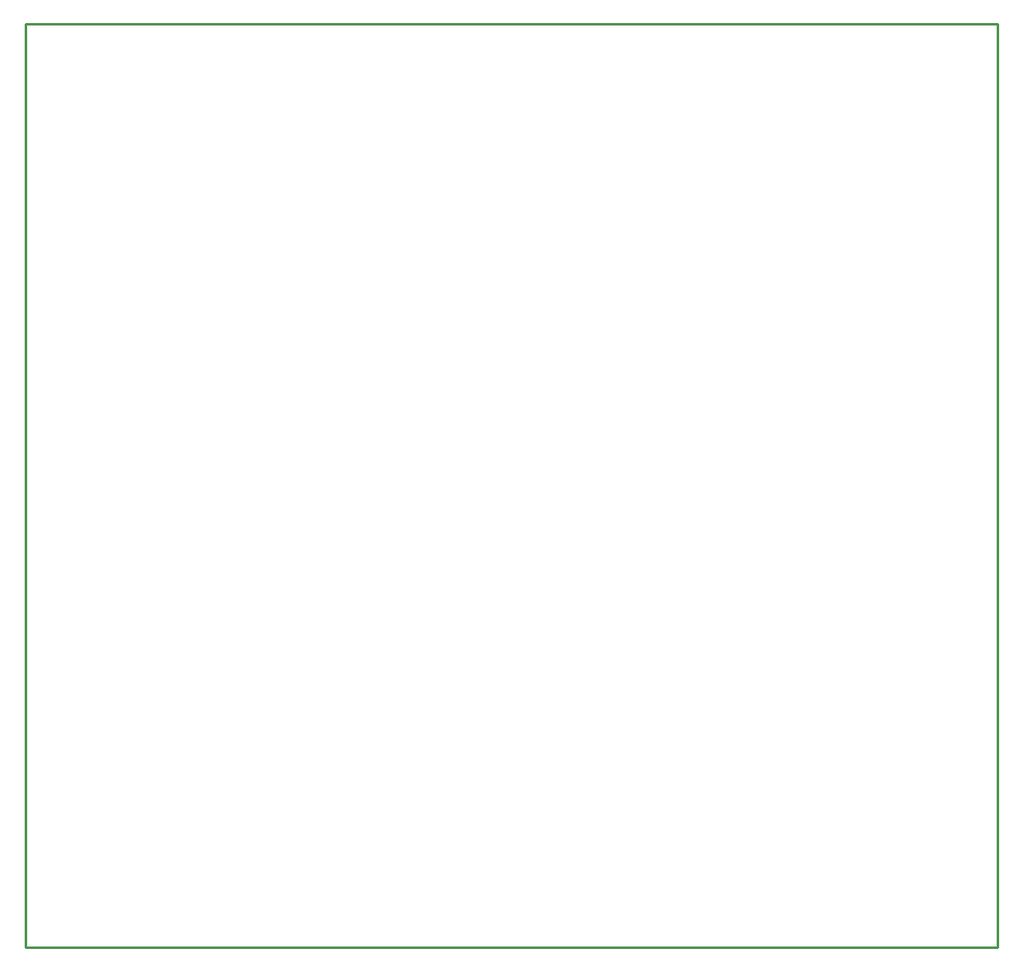
<source format=gko>
G04*
G04 #@! TF.GenerationSoftware,Altium Limited,Altium Designer,21.2.1 (34)*
G04*
G04 Layer_Color=16711935*
%FSTAX24Y24*%
%MOIN*%
G70*
G04*
G04 #@! TF.SameCoordinates,945BCF6C-99F2-443B-AAD4-787717A20437*
G04*
G04*
G04 #@! TF.FilePolarity,Positive*
G04*
G01*
G75*
%ADD17C,0.0100*%
D17*
X01Y0126D02*
X04937D01*
X01Y05D02*
X04937D01*
X01Y0126D02*
Y05D01*
X04937Y0126D02*
Y05D01*
M02*

</source>
